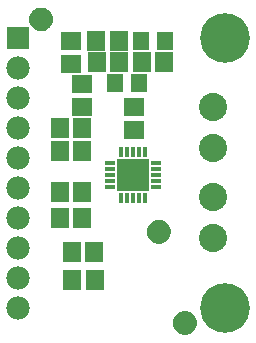
<source format=gbr>
G04 EAGLE Gerber RS-274X export*
G75*
%MOMM*%
%FSLAX34Y34*%
%LPD*%
%INSoldermask Top*%
%IPPOS*%
%AMOC8*
5,1,8,0,0,1.08239X$1,22.5*%
G01*
%ADD10R,1.503200X1.703200*%
%ADD11R,1.403200X1.503200*%
%ADD12R,1.703200X1.503200*%
%ADD13R,1.981200X1.981200*%
%ADD14C,1.981200*%
%ADD15C,2.387600*%
%ADD16C,1.203200*%
%ADD17C,0.500000*%
%ADD18C,4.203200*%
%ADD19R,2.703200X2.703200*%
%ADD20R,0.400000X0.900000*%
%ADD21R,0.900000X0.400000*%


D10*
X61160Y73430D03*
X80160Y73430D03*
X61450Y49760D03*
X80450Y49760D03*
D11*
X119680Y251750D03*
X140000Y251750D03*
X97460Y215870D03*
X117780Y215870D03*
D12*
X60540Y251640D03*
X60540Y232640D03*
X113250Y176740D03*
X113250Y195740D03*
D13*
X15240Y254000D03*
D14*
X15240Y228600D03*
X15240Y203200D03*
X15240Y177800D03*
X15240Y152400D03*
X15240Y127000D03*
X15240Y101600D03*
X15240Y76200D03*
X15240Y50800D03*
X15240Y25400D03*
D10*
X139340Y233650D03*
X120340Y233650D03*
X100610Y251750D03*
X81610Y251750D03*
D15*
X180340Y119600D03*
X180340Y84600D03*
X180340Y195800D03*
X180340Y160800D03*
D16*
X34920Y270050D03*
D17*
X34920Y277550D02*
X34739Y277548D01*
X34558Y277541D01*
X34377Y277530D01*
X34196Y277515D01*
X34016Y277495D01*
X33836Y277471D01*
X33657Y277443D01*
X33479Y277410D01*
X33302Y277373D01*
X33125Y277332D01*
X32950Y277287D01*
X32775Y277237D01*
X32602Y277183D01*
X32431Y277125D01*
X32260Y277063D01*
X32092Y276996D01*
X31925Y276926D01*
X31759Y276852D01*
X31596Y276773D01*
X31435Y276691D01*
X31275Y276605D01*
X31118Y276515D01*
X30963Y276421D01*
X30810Y276324D01*
X30660Y276222D01*
X30512Y276118D01*
X30366Y276009D01*
X30224Y275898D01*
X30084Y275782D01*
X29947Y275664D01*
X29812Y275542D01*
X29681Y275417D01*
X29553Y275289D01*
X29428Y275158D01*
X29306Y275023D01*
X29188Y274886D01*
X29072Y274746D01*
X28961Y274604D01*
X28852Y274458D01*
X28748Y274310D01*
X28646Y274160D01*
X28549Y274007D01*
X28455Y273852D01*
X28365Y273695D01*
X28279Y273535D01*
X28197Y273374D01*
X28118Y273211D01*
X28044Y273045D01*
X27974Y272878D01*
X27907Y272710D01*
X27845Y272539D01*
X27787Y272368D01*
X27733Y272195D01*
X27683Y272020D01*
X27638Y271845D01*
X27597Y271668D01*
X27560Y271491D01*
X27527Y271313D01*
X27499Y271134D01*
X27475Y270954D01*
X27455Y270774D01*
X27440Y270593D01*
X27429Y270412D01*
X27422Y270231D01*
X27420Y270050D01*
X34920Y277550D02*
X35101Y277548D01*
X35282Y277541D01*
X35463Y277530D01*
X35644Y277515D01*
X35824Y277495D01*
X36004Y277471D01*
X36183Y277443D01*
X36361Y277410D01*
X36538Y277373D01*
X36715Y277332D01*
X36890Y277287D01*
X37065Y277237D01*
X37238Y277183D01*
X37409Y277125D01*
X37580Y277063D01*
X37748Y276996D01*
X37915Y276926D01*
X38081Y276852D01*
X38244Y276773D01*
X38405Y276691D01*
X38565Y276605D01*
X38722Y276515D01*
X38877Y276421D01*
X39030Y276324D01*
X39180Y276222D01*
X39328Y276118D01*
X39474Y276009D01*
X39616Y275898D01*
X39756Y275782D01*
X39893Y275664D01*
X40028Y275542D01*
X40159Y275417D01*
X40287Y275289D01*
X40412Y275158D01*
X40534Y275023D01*
X40652Y274886D01*
X40768Y274746D01*
X40879Y274604D01*
X40988Y274458D01*
X41092Y274310D01*
X41194Y274160D01*
X41291Y274007D01*
X41385Y273852D01*
X41475Y273695D01*
X41561Y273535D01*
X41643Y273374D01*
X41722Y273211D01*
X41796Y273045D01*
X41866Y272878D01*
X41933Y272710D01*
X41995Y272539D01*
X42053Y272368D01*
X42107Y272195D01*
X42157Y272020D01*
X42202Y271845D01*
X42243Y271668D01*
X42280Y271491D01*
X42313Y271313D01*
X42341Y271134D01*
X42365Y270954D01*
X42385Y270774D01*
X42400Y270593D01*
X42411Y270412D01*
X42418Y270231D01*
X42420Y270050D01*
X42418Y269869D01*
X42411Y269688D01*
X42400Y269507D01*
X42385Y269326D01*
X42365Y269146D01*
X42341Y268966D01*
X42313Y268787D01*
X42280Y268609D01*
X42243Y268432D01*
X42202Y268255D01*
X42157Y268080D01*
X42107Y267905D01*
X42053Y267732D01*
X41995Y267561D01*
X41933Y267390D01*
X41866Y267222D01*
X41796Y267055D01*
X41722Y266889D01*
X41643Y266726D01*
X41561Y266565D01*
X41475Y266405D01*
X41385Y266248D01*
X41291Y266093D01*
X41194Y265940D01*
X41092Y265790D01*
X40988Y265642D01*
X40879Y265496D01*
X40768Y265354D01*
X40652Y265214D01*
X40534Y265077D01*
X40412Y264942D01*
X40287Y264811D01*
X40159Y264683D01*
X40028Y264558D01*
X39893Y264436D01*
X39756Y264318D01*
X39616Y264202D01*
X39474Y264091D01*
X39328Y263982D01*
X39180Y263878D01*
X39030Y263776D01*
X38877Y263679D01*
X38722Y263585D01*
X38565Y263495D01*
X38405Y263409D01*
X38244Y263327D01*
X38081Y263248D01*
X37915Y263174D01*
X37748Y263104D01*
X37580Y263037D01*
X37409Y262975D01*
X37238Y262917D01*
X37065Y262863D01*
X36890Y262813D01*
X36715Y262768D01*
X36538Y262727D01*
X36361Y262690D01*
X36183Y262657D01*
X36004Y262629D01*
X35824Y262605D01*
X35644Y262585D01*
X35463Y262570D01*
X35282Y262559D01*
X35101Y262552D01*
X34920Y262550D01*
X34739Y262552D01*
X34558Y262559D01*
X34377Y262570D01*
X34196Y262585D01*
X34016Y262605D01*
X33836Y262629D01*
X33657Y262657D01*
X33479Y262690D01*
X33302Y262727D01*
X33125Y262768D01*
X32950Y262813D01*
X32775Y262863D01*
X32602Y262917D01*
X32431Y262975D01*
X32260Y263037D01*
X32092Y263104D01*
X31925Y263174D01*
X31759Y263248D01*
X31596Y263327D01*
X31435Y263409D01*
X31275Y263495D01*
X31118Y263585D01*
X30963Y263679D01*
X30810Y263776D01*
X30660Y263878D01*
X30512Y263982D01*
X30366Y264091D01*
X30224Y264202D01*
X30084Y264318D01*
X29947Y264436D01*
X29812Y264558D01*
X29681Y264683D01*
X29553Y264811D01*
X29428Y264942D01*
X29306Y265077D01*
X29188Y265214D01*
X29072Y265354D01*
X28961Y265496D01*
X28852Y265642D01*
X28748Y265790D01*
X28646Y265940D01*
X28549Y266093D01*
X28455Y266248D01*
X28365Y266405D01*
X28279Y266565D01*
X28197Y266726D01*
X28118Y266889D01*
X28044Y267055D01*
X27974Y267222D01*
X27907Y267390D01*
X27845Y267561D01*
X27787Y267732D01*
X27733Y267905D01*
X27683Y268080D01*
X27638Y268255D01*
X27597Y268432D01*
X27560Y268609D01*
X27527Y268787D01*
X27499Y268966D01*
X27475Y269146D01*
X27455Y269326D01*
X27440Y269507D01*
X27429Y269688D01*
X27422Y269869D01*
X27420Y270050D01*
D16*
X156680Y13010D03*
D17*
X156680Y20510D02*
X156499Y20508D01*
X156318Y20501D01*
X156137Y20490D01*
X155956Y20475D01*
X155776Y20455D01*
X155596Y20431D01*
X155417Y20403D01*
X155239Y20370D01*
X155062Y20333D01*
X154885Y20292D01*
X154710Y20247D01*
X154535Y20197D01*
X154362Y20143D01*
X154191Y20085D01*
X154020Y20023D01*
X153852Y19956D01*
X153685Y19886D01*
X153519Y19812D01*
X153356Y19733D01*
X153195Y19651D01*
X153035Y19565D01*
X152878Y19475D01*
X152723Y19381D01*
X152570Y19284D01*
X152420Y19182D01*
X152272Y19078D01*
X152126Y18969D01*
X151984Y18858D01*
X151844Y18742D01*
X151707Y18624D01*
X151572Y18502D01*
X151441Y18377D01*
X151313Y18249D01*
X151188Y18118D01*
X151066Y17983D01*
X150948Y17846D01*
X150832Y17706D01*
X150721Y17564D01*
X150612Y17418D01*
X150508Y17270D01*
X150406Y17120D01*
X150309Y16967D01*
X150215Y16812D01*
X150125Y16655D01*
X150039Y16495D01*
X149957Y16334D01*
X149878Y16171D01*
X149804Y16005D01*
X149734Y15838D01*
X149667Y15670D01*
X149605Y15499D01*
X149547Y15328D01*
X149493Y15155D01*
X149443Y14980D01*
X149398Y14805D01*
X149357Y14628D01*
X149320Y14451D01*
X149287Y14273D01*
X149259Y14094D01*
X149235Y13914D01*
X149215Y13734D01*
X149200Y13553D01*
X149189Y13372D01*
X149182Y13191D01*
X149180Y13010D01*
X156680Y20510D02*
X156861Y20508D01*
X157042Y20501D01*
X157223Y20490D01*
X157404Y20475D01*
X157584Y20455D01*
X157764Y20431D01*
X157943Y20403D01*
X158121Y20370D01*
X158298Y20333D01*
X158475Y20292D01*
X158650Y20247D01*
X158825Y20197D01*
X158998Y20143D01*
X159169Y20085D01*
X159340Y20023D01*
X159508Y19956D01*
X159675Y19886D01*
X159841Y19812D01*
X160004Y19733D01*
X160165Y19651D01*
X160325Y19565D01*
X160482Y19475D01*
X160637Y19381D01*
X160790Y19284D01*
X160940Y19182D01*
X161088Y19078D01*
X161234Y18969D01*
X161376Y18858D01*
X161516Y18742D01*
X161653Y18624D01*
X161788Y18502D01*
X161919Y18377D01*
X162047Y18249D01*
X162172Y18118D01*
X162294Y17983D01*
X162412Y17846D01*
X162528Y17706D01*
X162639Y17564D01*
X162748Y17418D01*
X162852Y17270D01*
X162954Y17120D01*
X163051Y16967D01*
X163145Y16812D01*
X163235Y16655D01*
X163321Y16495D01*
X163403Y16334D01*
X163482Y16171D01*
X163556Y16005D01*
X163626Y15838D01*
X163693Y15670D01*
X163755Y15499D01*
X163813Y15328D01*
X163867Y15155D01*
X163917Y14980D01*
X163962Y14805D01*
X164003Y14628D01*
X164040Y14451D01*
X164073Y14273D01*
X164101Y14094D01*
X164125Y13914D01*
X164145Y13734D01*
X164160Y13553D01*
X164171Y13372D01*
X164178Y13191D01*
X164180Y13010D01*
X164178Y12829D01*
X164171Y12648D01*
X164160Y12467D01*
X164145Y12286D01*
X164125Y12106D01*
X164101Y11926D01*
X164073Y11747D01*
X164040Y11569D01*
X164003Y11392D01*
X163962Y11215D01*
X163917Y11040D01*
X163867Y10865D01*
X163813Y10692D01*
X163755Y10521D01*
X163693Y10350D01*
X163626Y10182D01*
X163556Y10015D01*
X163482Y9849D01*
X163403Y9686D01*
X163321Y9525D01*
X163235Y9365D01*
X163145Y9208D01*
X163051Y9053D01*
X162954Y8900D01*
X162852Y8750D01*
X162748Y8602D01*
X162639Y8456D01*
X162528Y8314D01*
X162412Y8174D01*
X162294Y8037D01*
X162172Y7902D01*
X162047Y7771D01*
X161919Y7643D01*
X161788Y7518D01*
X161653Y7396D01*
X161516Y7278D01*
X161376Y7162D01*
X161234Y7051D01*
X161088Y6942D01*
X160940Y6838D01*
X160790Y6736D01*
X160637Y6639D01*
X160482Y6545D01*
X160325Y6455D01*
X160165Y6369D01*
X160004Y6287D01*
X159841Y6208D01*
X159675Y6134D01*
X159508Y6064D01*
X159340Y5997D01*
X159169Y5935D01*
X158998Y5877D01*
X158825Y5823D01*
X158650Y5773D01*
X158475Y5728D01*
X158298Y5687D01*
X158121Y5650D01*
X157943Y5617D01*
X157764Y5589D01*
X157584Y5565D01*
X157404Y5545D01*
X157223Y5530D01*
X157042Y5519D01*
X156861Y5512D01*
X156680Y5510D01*
X156499Y5512D01*
X156318Y5519D01*
X156137Y5530D01*
X155956Y5545D01*
X155776Y5565D01*
X155596Y5589D01*
X155417Y5617D01*
X155239Y5650D01*
X155062Y5687D01*
X154885Y5728D01*
X154710Y5773D01*
X154535Y5823D01*
X154362Y5877D01*
X154191Y5935D01*
X154020Y5997D01*
X153852Y6064D01*
X153685Y6134D01*
X153519Y6208D01*
X153356Y6287D01*
X153195Y6369D01*
X153035Y6455D01*
X152878Y6545D01*
X152723Y6639D01*
X152570Y6736D01*
X152420Y6838D01*
X152272Y6942D01*
X152126Y7051D01*
X151984Y7162D01*
X151844Y7278D01*
X151707Y7396D01*
X151572Y7518D01*
X151441Y7643D01*
X151313Y7771D01*
X151188Y7902D01*
X151066Y8037D01*
X150948Y8174D01*
X150832Y8314D01*
X150721Y8456D01*
X150612Y8602D01*
X150508Y8750D01*
X150406Y8900D01*
X150309Y9053D01*
X150215Y9208D01*
X150125Y9365D01*
X150039Y9525D01*
X149957Y9686D01*
X149878Y9849D01*
X149804Y10015D01*
X149734Y10182D01*
X149667Y10350D01*
X149605Y10521D01*
X149547Y10692D01*
X149493Y10865D01*
X149443Y11040D01*
X149398Y11215D01*
X149357Y11392D01*
X149320Y11569D01*
X149287Y11747D01*
X149259Y11926D01*
X149235Y12106D01*
X149215Y12286D01*
X149200Y12467D01*
X149189Y12648D01*
X149182Y12829D01*
X149180Y13010D01*
D18*
X190500Y25400D03*
X190500Y254000D03*
D10*
X50770Y101870D03*
X69770Y101870D03*
X50770Y123590D03*
X69770Y123590D03*
X50770Y158680D03*
X69770Y158680D03*
X50770Y178130D03*
X69770Y178130D03*
D19*
X113030Y138430D03*
D20*
X103030Y118930D03*
X108030Y118930D03*
X113030Y118930D03*
X118030Y118930D03*
X123030Y118930D03*
D21*
X132530Y128430D03*
X132530Y133430D03*
X132530Y138430D03*
X132530Y143430D03*
X132530Y148430D03*
D20*
X123030Y157930D03*
X118030Y157930D03*
X113030Y157930D03*
X108030Y157930D03*
X103030Y157930D03*
D21*
X93530Y148430D03*
X93530Y143430D03*
X93530Y138430D03*
X93530Y133430D03*
X93530Y128430D03*
D10*
X100940Y233680D03*
X81940Y233680D03*
D12*
X69850Y196240D03*
X69850Y215240D03*
D16*
X134620Y90170D03*
D17*
X134620Y97670D02*
X134439Y97668D01*
X134258Y97661D01*
X134077Y97650D01*
X133896Y97635D01*
X133716Y97615D01*
X133536Y97591D01*
X133357Y97563D01*
X133179Y97530D01*
X133002Y97493D01*
X132825Y97452D01*
X132650Y97407D01*
X132475Y97357D01*
X132302Y97303D01*
X132131Y97245D01*
X131960Y97183D01*
X131792Y97116D01*
X131625Y97046D01*
X131459Y96972D01*
X131296Y96893D01*
X131135Y96811D01*
X130975Y96725D01*
X130818Y96635D01*
X130663Y96541D01*
X130510Y96444D01*
X130360Y96342D01*
X130212Y96238D01*
X130066Y96129D01*
X129924Y96018D01*
X129784Y95902D01*
X129647Y95784D01*
X129512Y95662D01*
X129381Y95537D01*
X129253Y95409D01*
X129128Y95278D01*
X129006Y95143D01*
X128888Y95006D01*
X128772Y94866D01*
X128661Y94724D01*
X128552Y94578D01*
X128448Y94430D01*
X128346Y94280D01*
X128249Y94127D01*
X128155Y93972D01*
X128065Y93815D01*
X127979Y93655D01*
X127897Y93494D01*
X127818Y93331D01*
X127744Y93165D01*
X127674Y92998D01*
X127607Y92830D01*
X127545Y92659D01*
X127487Y92488D01*
X127433Y92315D01*
X127383Y92140D01*
X127338Y91965D01*
X127297Y91788D01*
X127260Y91611D01*
X127227Y91433D01*
X127199Y91254D01*
X127175Y91074D01*
X127155Y90894D01*
X127140Y90713D01*
X127129Y90532D01*
X127122Y90351D01*
X127120Y90170D01*
X134620Y97670D02*
X134801Y97668D01*
X134982Y97661D01*
X135163Y97650D01*
X135344Y97635D01*
X135524Y97615D01*
X135704Y97591D01*
X135883Y97563D01*
X136061Y97530D01*
X136238Y97493D01*
X136415Y97452D01*
X136590Y97407D01*
X136765Y97357D01*
X136938Y97303D01*
X137109Y97245D01*
X137280Y97183D01*
X137448Y97116D01*
X137615Y97046D01*
X137781Y96972D01*
X137944Y96893D01*
X138105Y96811D01*
X138265Y96725D01*
X138422Y96635D01*
X138577Y96541D01*
X138730Y96444D01*
X138880Y96342D01*
X139028Y96238D01*
X139174Y96129D01*
X139316Y96018D01*
X139456Y95902D01*
X139593Y95784D01*
X139728Y95662D01*
X139859Y95537D01*
X139987Y95409D01*
X140112Y95278D01*
X140234Y95143D01*
X140352Y95006D01*
X140468Y94866D01*
X140579Y94724D01*
X140688Y94578D01*
X140792Y94430D01*
X140894Y94280D01*
X140991Y94127D01*
X141085Y93972D01*
X141175Y93815D01*
X141261Y93655D01*
X141343Y93494D01*
X141422Y93331D01*
X141496Y93165D01*
X141566Y92998D01*
X141633Y92830D01*
X141695Y92659D01*
X141753Y92488D01*
X141807Y92315D01*
X141857Y92140D01*
X141902Y91965D01*
X141943Y91788D01*
X141980Y91611D01*
X142013Y91433D01*
X142041Y91254D01*
X142065Y91074D01*
X142085Y90894D01*
X142100Y90713D01*
X142111Y90532D01*
X142118Y90351D01*
X142120Y90170D01*
X142118Y89989D01*
X142111Y89808D01*
X142100Y89627D01*
X142085Y89446D01*
X142065Y89266D01*
X142041Y89086D01*
X142013Y88907D01*
X141980Y88729D01*
X141943Y88552D01*
X141902Y88375D01*
X141857Y88200D01*
X141807Y88025D01*
X141753Y87852D01*
X141695Y87681D01*
X141633Y87510D01*
X141566Y87342D01*
X141496Y87175D01*
X141422Y87009D01*
X141343Y86846D01*
X141261Y86685D01*
X141175Y86525D01*
X141085Y86368D01*
X140991Y86213D01*
X140894Y86060D01*
X140792Y85910D01*
X140688Y85762D01*
X140579Y85616D01*
X140468Y85474D01*
X140352Y85334D01*
X140234Y85197D01*
X140112Y85062D01*
X139987Y84931D01*
X139859Y84803D01*
X139728Y84678D01*
X139593Y84556D01*
X139456Y84438D01*
X139316Y84322D01*
X139174Y84211D01*
X139028Y84102D01*
X138880Y83998D01*
X138730Y83896D01*
X138577Y83799D01*
X138422Y83705D01*
X138265Y83615D01*
X138105Y83529D01*
X137944Y83447D01*
X137781Y83368D01*
X137615Y83294D01*
X137448Y83224D01*
X137280Y83157D01*
X137109Y83095D01*
X136938Y83037D01*
X136765Y82983D01*
X136590Y82933D01*
X136415Y82888D01*
X136238Y82847D01*
X136061Y82810D01*
X135883Y82777D01*
X135704Y82749D01*
X135524Y82725D01*
X135344Y82705D01*
X135163Y82690D01*
X134982Y82679D01*
X134801Y82672D01*
X134620Y82670D01*
X134439Y82672D01*
X134258Y82679D01*
X134077Y82690D01*
X133896Y82705D01*
X133716Y82725D01*
X133536Y82749D01*
X133357Y82777D01*
X133179Y82810D01*
X133002Y82847D01*
X132825Y82888D01*
X132650Y82933D01*
X132475Y82983D01*
X132302Y83037D01*
X132131Y83095D01*
X131960Y83157D01*
X131792Y83224D01*
X131625Y83294D01*
X131459Y83368D01*
X131296Y83447D01*
X131135Y83529D01*
X130975Y83615D01*
X130818Y83705D01*
X130663Y83799D01*
X130510Y83896D01*
X130360Y83998D01*
X130212Y84102D01*
X130066Y84211D01*
X129924Y84322D01*
X129784Y84438D01*
X129647Y84556D01*
X129512Y84678D01*
X129381Y84803D01*
X129253Y84931D01*
X129128Y85062D01*
X129006Y85197D01*
X128888Y85334D01*
X128772Y85474D01*
X128661Y85616D01*
X128552Y85762D01*
X128448Y85910D01*
X128346Y86060D01*
X128249Y86213D01*
X128155Y86368D01*
X128065Y86525D01*
X127979Y86685D01*
X127897Y86846D01*
X127818Y87009D01*
X127744Y87175D01*
X127674Y87342D01*
X127607Y87510D01*
X127545Y87681D01*
X127487Y87852D01*
X127433Y88025D01*
X127383Y88200D01*
X127338Y88375D01*
X127297Y88552D01*
X127260Y88729D01*
X127227Y88907D01*
X127199Y89086D01*
X127175Y89266D01*
X127155Y89446D01*
X127140Y89627D01*
X127129Y89808D01*
X127122Y89989D01*
X127120Y90170D01*
M02*

</source>
